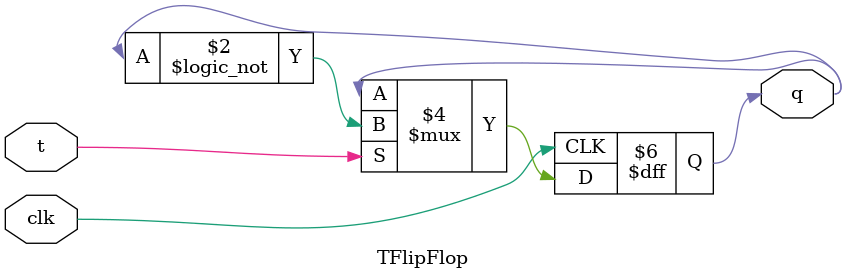
<source format=v>
`ifndef T_FLIP_FLOP
`define T_FLIP_FLOP

module TFlipFlop(
	input wire clk,
	input wire t,
	output reg q
);

	always @(negedge clk)
		if (t) q = !q;

endmodule

`endif
</source>
